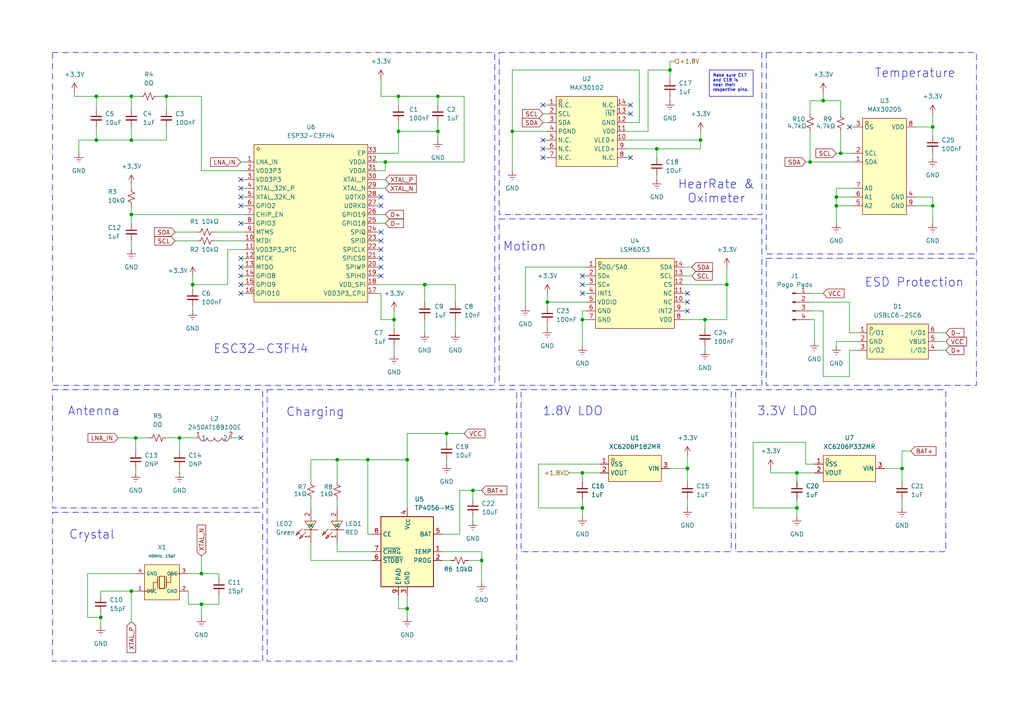
<source format=kicad_sch>
(kicad_sch (version 20250114) (generator "eeschema") (generator_version "9.0")
  (paper "A4")
  (rectangle (start 222.25 74.93) (end 283.21 111.76) (stroke (width 0) (type dash_dot)))
  (rectangle (start 15.24 113.03) (end 76.2 147.32) (stroke (width 0) (type dash_dot)))
  (rectangle (start 151.13 113.03) (end 212.09 160.02) (stroke (width 0) (type dash_dot)))
  (rectangle (start 144.78 15.24) (end 220.98 62.23) (stroke (width 0) (type dash_dot)))
  (rectangle (start 144.78 63.5) (end 220.98 111.76) (stroke (width 0) (type dash_dot)))
  (rectangle (start 77.47 113.03) (end 149.86 191.77) (stroke (width 0) (type dash_dot)))
  (rectangle (start 15.24 148.59) (end 76.2 191.77) (stroke (width 0) (type dash_dot)))
  (rectangle (start 222.25 15.24) (end 283.21 73.66) (stroke (width 0) (type dash_dot)))
  (rectangle (start 213.36 113.03) (end 274.32 160.02) (stroke (width 0) (type dash_dot)))
  (rectangle (start 15.24 15.24) (end 143.51 111.76) (stroke (width 0) (type dash_dot)))
  (text "1.8V LDO" (at 166.116 119.38 0) (effects (font (size 2.54 2.54))))
  (text "Temperature" (at 265.43 21.336 0) (effects (font (size 2.54 2.54))))
  (text "Antenna" (at 27.178 119.38 0) (effects (font (size 2.54 2.54))))
  (text "Crystal" (at 26.67 155.194 0) (effects (font (size 2.54 2.54))))
  (text "ESC32-C3FH4" (at 75.692 101.346 0) (effects (font (size 2.54 2.54))))
  (text "HearRate &\nOximeter\n" (at 207.772 55.626 0) (effects (font (size 2.54 2.54))))
  (text "ESD Protection" (at 265.176 82.042 0) (effects (font (size 2.54 2.54))))
  (text "3.3V LDO" (at 228.346 119.38 0) (effects (font (size 2.54 2.54))))
  (text "Motion" (at 152.146 71.628 0) (effects (font (size 2.54 2.54))))
  (text "Charging" (at 91.44 119.634 0) (effects (font (size 2.54 2.54))))
  (text_box "Make sure C17 and C18 is near their respective pins." (at 205.74 20.32 0) (size 12.7 7.62) (margins 0.9525 0.9525 0.9525 0.9525) (effects (font (size 0.8636 0.8636)) (justify left top)))
  (junction (at 210.82 82.55))
  (junction (at 39.37 127))
  (junction (at 204.47 92.71))
  (junction (at 115.57 27.94))
  (junction (at 27.94 27.94))
  (junction (at 114.3 92.71))
  (junction (at 168.91 92.71))
  (junction (at 38.1 62.23))
  (junction (at 38.1 27.94))
  (junction (at 238.76 29.21))
  (junction (at 242.57 59.69))
  (junction (at 115.57 38.1))
  (junction (at 118.11 133.35))
  (junction (at 38.1 171.45))
  (junction (at 261.62 135.89))
  (junction (at 52.07 127))
  (junction (at 203.2 40.64))
  (junction (at 97.79 133.35))
  (junction (at 231.14 147.32))
  (junction (at 106.68 133.35))
  (junction (at 58.42 166.37))
  (junction (at 111.76 46.99))
  (junction (at 127 38.1))
  (junction (at 123.19 82.55))
  (junction (at 199.39 135.89))
  (junction (at 58.42 175.26))
  (junction (at 139.7 162.56))
  (junction (at 270.51 36.83))
  (junction (at 194.31 20.32))
  (junction (at 38.1 40.64))
  (junction (at 242.57 57.15))
  (junction (at 270.51 59.69))
  (junction (at 118.11 176.53))
  (junction (at 158.75 87.63))
  (junction (at 55.88 82.55))
  (junction (at 190.5 43.18))
  (junction (at 127 27.94))
  (junction (at 243.84 44.45))
  (junction (at 231.14 137.16))
  (junction (at 137.16 142.24))
  (junction (at 234.95 46.99))
  (junction (at 129.54 125.73))
  (junction (at 29.21 179.07))
  (junction (at 27.94 40.64))
  (junction (at 48.26 27.94))
  (junction (at 168.91 147.32))
  (junction (at 168.91 137.16))
  (junction (at 148.59 38.1))
  (no_connect (at 69.85 77.47))
  (no_connect (at 110.49 80.01))
  (no_connect (at 69.85 59.69))
  (no_connect (at 168.91 80.01))
  (no_connect (at 199.39 87.63))
  (no_connect (at 157.48 43.18))
  (no_connect (at 110.49 57.15))
  (no_connect (at 110.49 67.31))
  (no_connect (at 199.39 90.17))
  (no_connect (at 168.91 82.55))
  (no_connect (at 182.88 30.48))
  (no_connect (at 110.49 59.69))
  (no_connect (at 69.85 85.09))
  (no_connect (at 110.49 77.47))
  (no_connect (at 110.49 74.93))
  (no_connect (at 69.85 64.77))
  (no_connect (at 157.48 30.48))
  (no_connect (at 69.85 54.61))
  (no_connect (at 110.49 72.39))
  (no_connect (at 157.48 45.72))
  (no_connect (at 168.91 85.09))
  (no_connect (at 199.39 85.09))
  (no_connect (at 182.88 33.02))
  (no_connect (at 69.85 57.15))
  (no_connect (at 69.85 82.55))
  (no_connect (at 182.88 45.72))
  (no_connect (at 157.48 40.64))
  (no_connect (at 110.49 69.85))
  (no_connect (at 69.85 127))
  (no_connect (at 69.85 52.07))
  (no_connect (at 69.85 74.93))
  (no_connect (at 69.85 80.01))
  (no_connect (at 246.38 36.83))
  (wire (pts (xy 190.5 45.72) (xy 190.5 43.18)))
  (wire (pts (xy 69.85 57.15) (xy 71.12 57.15)))
  (wire (pts (xy 181.61 45.72) (xy 182.88 45.72)))
  (wire (pts (xy 50.8 69.85) (xy 57.15 69.85)))
  (wire (pts (xy 22.86 40.64) (xy 27.94 40.64)))
  (wire (pts (xy 109.22 46.99) (xy 111.76 46.99)))
  (wire (pts (xy 128.27 160.02) (xy 139.7 160.02)))
  (wire (pts (xy 48.26 127) (xy 52.07 127)))
  (wire (pts (xy 110.49 27.94) (xy 115.57 27.94)))
  (wire (pts (xy 148.59 38.1) (xy 148.59 49.53)))
  (wire (pts (xy 194.31 27.94) (xy 194.31 29.21)))
  (wire (pts (xy 38.1 27.94) (xy 38.1 31.75)))
  (wire (pts (xy 21.59 27.94) (xy 21.59 26.67)))
  (wire (pts (xy 271.78 96.52) (xy 274.32 96.52)))
  (wire (pts (xy 198.12 90.17) (xy 199.39 90.17)))
  (wire (pts (xy 265.43 59.69) (xy 270.51 59.69)))
  (wire (pts (xy 129.54 125.73) (xy 134.62 125.73)))
  (wire (pts (xy 137.16 142.24) (xy 139.7 142.24)))
  (wire (pts (xy 118.11 172.72) (xy 118.11 176.53)))
  (wire (pts (xy 198.12 80.01) (xy 200.66 80.01)))
  (wire (pts (xy 58.42 27.94) (xy 48.26 27.94)))
  (wire (pts (xy 127 38.1) (xy 127 40.64)))
  (wire (pts (xy 181.61 43.18) (xy 190.5 43.18)))
  (wire (pts (xy 90.17 133.35) (xy 97.79 133.35)))
  (wire (pts (xy 139.7 160.02) (xy 139.7 162.56)))
  (wire (pts (xy 58.42 166.37) (xy 63.5 166.37)))
  (wire (pts (xy 58.42 49.53) (xy 58.42 27.94)))
  (wire (pts (xy 157.48 45.72) (xy 158.75 45.72)))
  (wire (pts (xy 203.2 43.18) (xy 203.2 40.64)))
  (wire (pts (xy 38.1 171.45) (xy 39.37 171.45)))
  (wire (pts (xy 181.61 38.1) (xy 187.96 38.1)))
  (wire (pts (xy 109.22 72.39) (xy 110.49 72.39)))
  (wire (pts (xy 168.91 92.71) (xy 170.18 92.71)))
  (wire (pts (xy 198.12 92.71) (xy 204.47 92.71)))
  (wire (pts (xy 168.91 137.16) (xy 173.99 137.16)))
  (wire (pts (xy 152.4 77.47) (xy 152.4 88.9)))
  (wire (pts (xy 134.62 46.99) (xy 134.62 27.94)))
  (wire (pts (xy 158.75 38.1) (xy 148.59 38.1)))
  (wire (pts (xy 246.38 101.6) (xy 246.38 109.22)))
  (wire (pts (xy 109.22 49.53) (xy 111.76 49.53)))
  (wire (pts (xy 234.95 85.09) (xy 238.76 85.09)))
  (wire (pts (xy 110.49 92.71) (xy 114.3 92.71)))
  (wire (pts (xy 223.52 135.89) (xy 223.52 137.16)))
  (wire (pts (xy 52.07 127) (xy 52.07 130.81)))
  (wire (pts (xy 69.85 82.55) (xy 71.12 82.55)))
  (wire (pts (xy 27.94 27.94) (xy 27.94 31.75)))
  (wire (pts (xy 63.5 166.37) (xy 63.5 167.64)))
  (wire (pts (xy 54.61 166.37) (xy 58.42 166.37)))
  (wire (pts (xy 69.85 74.93) (xy 71.12 74.93)))
  (wire (pts (xy 238.76 26.67) (xy 238.76 29.21)))
  (wire (pts (xy 168.91 85.09) (xy 170.18 85.09)))
  (wire (pts (xy 48.26 27.94) (xy 48.26 31.75)))
  (wire (pts (xy 234.95 33.02) (xy 234.95 29.21)))
  (wire (pts (xy 238.76 29.21) (xy 243.84 29.21)))
  (wire (pts (xy 25.4 179.07) (xy 29.21 179.07)))
  (wire (pts (xy 234.95 38.1) (xy 234.95 46.99)))
  (wire (pts (xy 158.75 93.98) (xy 158.75 95.25)))
  (wire (pts (xy 38.1 62.23) (xy 71.12 62.23)))
  (wire (pts (xy 54.61 171.45) (xy 54.61 175.26)))
  (wire (pts (xy 261.62 130.81) (xy 261.62 135.89)))
  (wire (pts (xy 194.31 135.89) (xy 199.39 135.89)))
  (wire (pts (xy 203.2 40.64) (xy 203.2 38.1)))
  (wire (pts (xy 137.16 149.86) (xy 137.16 151.13)))
  (wire (pts (xy 118.11 125.73) (xy 118.11 133.35)))
  (wire (pts (xy 242.57 57.15) (xy 242.57 59.69)))
  (wire (pts (xy 231.14 144.78) (xy 231.14 147.32)))
  (wire (pts (xy 107.95 154.94) (xy 106.68 154.94)))
  (wire (pts (xy 115.57 27.94) (xy 127 27.94)))
  (wire (pts (xy 127 27.94) (xy 134.62 27.94)))
  (wire (pts (xy 50.8 67.31) (xy 57.15 67.31)))
  (wire (pts (xy 264.16 130.81) (xy 261.62 130.81)))
  (wire (pts (xy 115.57 27.94) (xy 115.57 30.48)))
  (wire (pts (xy 69.85 59.69) (xy 71.12 59.69)))
  (wire (pts (xy 109.22 69.85) (xy 110.49 69.85)))
  (wire (pts (xy 157.48 33.02) (xy 158.75 33.02)))
  (wire (pts (xy 97.79 133.35) (xy 106.68 133.35)))
  (wire (pts (xy 238.76 90.17) (xy 238.76 109.22)))
  (wire (pts (xy 261.62 135.89) (xy 261.62 139.7)))
  (wire (pts (xy 218.44 128.27) (xy 218.44 147.32)))
  (wire (pts (xy 170.18 90.17) (xy 168.91 90.17)))
  (wire (pts (xy 109.22 64.77) (xy 111.76 64.77)))
  (wire (pts (xy 199.39 144.78) (xy 199.39 147.32)))
  (wire (pts (xy 109.22 52.07) (xy 111.76 52.07)))
  (wire (pts (xy 110.49 22.86) (xy 110.49 27.94)))
  (wire (pts (xy 69.85 85.09) (xy 71.12 85.09)))
  (wire (pts (xy 118.11 125.73) (xy 129.54 125.73)))
  (wire (pts (xy 265.43 36.83) (xy 270.51 36.83)))
  (wire (pts (xy 242.57 59.69) (xy 242.57 64.77)))
  (wire (pts (xy 198.12 77.47) (xy 200.66 77.47)))
  (wire (pts (xy 248.92 99.06) (xy 242.57 99.06)))
  (wire (pts (xy 29.21 171.45) (xy 38.1 171.45)))
  (wire (pts (xy 69.85 54.61) (xy 71.12 54.61)))
  (wire (pts (xy 236.22 92.71) (xy 236.22 99.06)))
  (wire (pts (xy 58.42 175.26) (xy 63.5 175.26)))
  (wire (pts (xy 52.07 127) (xy 57.15 127)))
  (wire (pts (xy 118.11 176.53) (xy 118.11 179.07)))
  (wire (pts (xy 157.48 43.18) (xy 158.75 43.18)))
  (wire (pts (xy 218.44 147.32) (xy 231.14 147.32)))
  (wire (pts (xy 185.42 20.32) (xy 148.59 20.32)))
  (wire (pts (xy 55.88 80.01) (xy 55.88 82.55)))
  (wire (pts (xy 223.52 137.16) (xy 231.14 137.16)))
  (wire (pts (xy 247.65 54.61) (xy 242.57 54.61)))
  (wire (pts (xy 38.1 40.64) (xy 48.26 40.64)))
  (wire (pts (xy 236.22 134.62) (xy 233.68 134.62)))
  (wire (pts (xy 52.07 135.89) (xy 52.07 137.16)))
  (wire (pts (xy 168.91 137.16) (xy 168.91 139.7)))
  (wire (pts (xy 29.21 177.8) (xy 29.21 179.07)))
  (wire (pts (xy 261.62 144.78) (xy 261.62 147.32)))
  (wire (pts (xy 27.94 40.64) (xy 38.1 40.64)))
  (wire (pts (xy 55.88 82.55) (xy 55.88 83.82)))
  (wire (pts (xy 190.5 50.8) (xy 190.5 52.07)))
  (wire (pts (xy 115.57 44.45) (xy 115.57 38.1)))
  (wire (pts (xy 38.1 59.69) (xy 38.1 62.23)))
  (wire (pts (xy 115.57 35.56) (xy 115.57 38.1)))
  (wire (pts (xy 38.1 27.94) (xy 27.94 27.94)))
  (wire (pts (xy 246.38 96.52) (xy 248.92 96.52)))
  (wire (pts (xy 90.17 162.56) (xy 107.95 162.56)))
  (wire (pts (xy 243.84 44.45) (xy 247.65 44.45)))
  (wire (pts (xy 231.14 137.16) (xy 231.14 139.7)))
  (wire (pts (xy 69.85 80.01) (xy 71.12 80.01)))
  (wire (pts (xy 111.76 46.99) (xy 134.62 46.99)))
  (wire (pts (xy 123.19 82.55) (xy 123.19 87.63)))
  (wire (pts (xy 69.85 64.77) (xy 71.12 64.77)))
  (wire (pts (xy 168.91 80.01) (xy 170.18 80.01)))
  (wire (pts (xy 185.42 35.56) (xy 185.42 20.32)))
  (wire (pts (xy 123.19 92.71) (xy 123.19 96.52)))
  (wire (pts (xy 247.65 59.69) (xy 242.57 59.69)))
  (wire (pts (xy 231.14 147.32) (xy 231.14 149.86)))
  (wire (pts (xy 66.04 72.39) (xy 66.04 82.55)))
  (wire (pts (xy 243.84 38.1) (xy 243.84 44.45)))
  (wire (pts (xy 63.5 172.72) (xy 63.5 175.26)))
  (wire (pts (xy 187.96 38.1) (xy 187.96 20.32)))
  (wire (pts (xy 55.88 88.9) (xy 55.88 90.17)))
  (wire (pts (xy 198.12 87.63) (xy 199.39 87.63)))
  (wire (pts (xy 54.61 175.26) (xy 58.42 175.26)))
  (wire (pts (xy 114.3 92.71) (xy 114.3 95.25)))
  (wire (pts (xy 58.42 175.26) (xy 58.42 179.07)))
  (wire (pts (xy 198.12 82.55) (xy 210.82 82.55)))
  (wire (pts (xy 39.37 127) (xy 39.37 130.81)))
  (wire (pts (xy 115.57 172.72) (xy 115.57 176.53)))
  (wire (pts (xy 234.95 90.17) (xy 238.76 90.17)))
  (wire (pts (xy 194.31 22.86) (xy 194.31 20.32)))
  (wire (pts (xy 265.43 57.15) (xy 270.51 57.15)))
  (wire (pts (xy 97.79 160.02) (xy 107.95 160.02)))
  (wire (pts (xy 234.95 46.99) (xy 247.65 46.99)))
  (wire (pts (xy 271.78 99.06) (xy 274.32 99.06)))
  (wire (pts (xy 199.39 132.08) (xy 199.39 135.89)))
  (wire (pts (xy 194.31 17.78) (xy 195.58 17.78)))
  (wire (pts (xy 270.51 36.83) (xy 270.51 33.02)))
  (wire (pts (xy 109.22 80.01) (xy 110.49 80.01)))
  (wire (pts (xy 199.39 135.89) (xy 199.39 139.7)))
  (wire (pts (xy 27.94 27.94) (xy 21.59 27.94)))
  (wire (pts (xy 62.23 69.85) (xy 71.12 69.85)))
  (wire (pts (xy 156.21 134.62) (xy 156.21 147.32)))
  (wire (pts (xy 233.68 128.27) (xy 218.44 128.27)))
  (wire (pts (xy 109.22 57.15) (xy 110.49 57.15)))
  (wire (pts (xy 246.38 109.22) (xy 238.76 109.22)))
  (wire (pts (xy 39.37 135.89) (xy 39.37 137.16)))
  (wire (pts (xy 111.76 49.53) (xy 111.76 46.99)))
  (wire (pts (xy 187.96 20.32) (xy 194.31 20.32)))
  (wire (pts (xy 110.49 85.09) (xy 110.49 92.71)))
  (wire (pts (xy 38.1 69.85) (xy 38.1 72.39)))
  (wire (pts (xy 181.61 33.02) (xy 182.88 33.02)))
  (wire (pts (xy 97.79 139.7) (xy 97.79 133.35)))
  (wire (pts (xy 90.17 139.7) (xy 90.17 133.35)))
  (wire (pts (xy 97.79 157.48) (xy 97.79 160.02)))
  (wire (pts (xy 198.12 85.09) (xy 199.39 85.09)))
  (wire (pts (xy 204.47 92.71) (xy 204.47 95.25)))
  (wire (pts (xy 204.47 100.33) (xy 204.47 101.6)))
  (wire (pts (xy 69.85 46.99) (xy 71.12 46.99)))
  (wire (pts (xy 66.04 82.55) (xy 55.88 82.55)))
  (wire (pts (xy 109.22 85.09) (xy 110.49 85.09)))
  (wire (pts (xy 109.22 54.61) (xy 111.76 54.61)))
  (wire (pts (xy 132.08 82.55) (xy 123.19 82.55)))
  (wire (pts (xy 181.61 40.64) (xy 203.2 40.64)))
  (wire (pts (xy 38.1 53.34) (xy 38.1 54.61)))
  (wire (pts (xy 246.38 87.63) (xy 246.38 96.52)))
  (wire (pts (xy 34.29 127) (xy 39.37 127)))
  (wire (pts (xy 29.21 179.07) (xy 29.21 181.61)))
  (wire (pts (xy 66.04 72.39) (xy 71.12 72.39)))
  (wire (pts (xy 38.1 27.94) (xy 40.64 27.94)))
  (wire (pts (xy 156.21 147.32) (xy 168.91 147.32)))
  (wire (pts (xy 115.57 38.1) (xy 127 38.1)))
  (wire (pts (xy 22.86 40.64) (xy 22.86 44.45)))
  (wire (pts (xy 114.3 100.33) (xy 114.3 102.87)))
  (wire (pts (xy 210.82 82.55) (xy 210.82 77.47)))
  (wire (pts (xy 69.85 52.07) (xy 71.12 52.07)))
  (wire (pts (xy 270.51 57.15) (xy 270.51 59.69)))
  (wire (pts (xy 168.91 82.55) (xy 170.18 82.55)))
  (wire (pts (xy 173.99 134.62) (xy 156.21 134.62)))
  (wire (pts (xy 158.75 85.09) (xy 158.75 87.63)))
  (wire (pts (xy 127 27.94) (xy 127 30.48)))
  (wire (pts (xy 127 35.56) (xy 127 38.1)))
  (wire (pts (xy 128.27 162.56) (xy 130.81 162.56)))
  (wire (pts (xy 38.1 171.45) (xy 38.1 180.34)))
  (wire (pts (xy 242.57 44.45) (xy 243.84 44.45)))
  (wire (pts (xy 204.47 92.71) (xy 210.82 92.71)))
  (wire (pts (xy 129.54 125.73) (xy 129.54 128.27)))
  (wire (pts (xy 157.48 35.56) (xy 158.75 35.56)))
  (wire (pts (xy 231.14 137.16) (xy 236.22 137.16)))
  (wire (pts (xy 29.21 171.45) (xy 29.21 172.72)))
  (wire (pts (xy 139.7 162.56) (xy 139.7 168.91)))
  (wire (pts (xy 38.1 62.23) (xy 38.1 64.77)))
  (wire (pts (xy 270.51 36.83) (xy 270.51 39.37)))
  (wire (pts (xy 233.68 134.62) (xy 233.68 128.27)))
  (wire (pts (xy 157.48 40.64) (xy 158.75 40.64)))
  (wire (pts (xy 45.72 27.94) (xy 48.26 27.94)))
  (wire (pts (xy 109.22 74.93) (xy 110.49 74.93)))
  (wire (pts (xy 243.84 33.02) (xy 243.84 29.21)))
  (wire (pts (xy 158.75 87.63) (xy 158.75 88.9)))
  (wire (pts (xy 181.61 35.56) (xy 185.42 35.56)))
  (wire (pts (xy 270.51 44.45) (xy 270.51 45.72)))
  (wire (pts (xy 168.91 144.78) (xy 168.91 147.32)))
  (wire (pts (xy 270.51 59.69) (xy 270.51 64.77)))
  (wire (pts (xy 234.95 87.63) (xy 246.38 87.63)))
  (wire (pts (xy 62.23 67.31) (xy 71.12 67.31)))
  (wire (pts (xy 132.08 87.63) (xy 132.08 82.55)))
  (wire (pts (xy 106.68 133.35) (xy 118.11 133.35)))
  (wire (pts (xy 271.78 101.6) (xy 274.32 101.6)))
  (wire (pts (xy 133.35 154.94) (xy 128.27 154.94)))
  (wire (pts (xy 234.95 29.21) (xy 238.76 29.21)))
  (wire (pts (xy 210.82 92.71) (xy 210.82 82.55)))
  (wire (pts (xy 118.11 133.35) (xy 118.11 147.32)))
  (wire (pts (xy 157.48 30.48) (xy 158.75 30.48)))
  (wire (pts (xy 25.4 166.37) (xy 25.4 179.07)))
  (wire (pts (xy 48.26 36.83) (xy 48.26 40.64)))
  (wire (pts (xy 90.17 157.48) (xy 90.17 162.56)))
  (wire (pts (xy 38.1 36.83) (xy 38.1 40.64)))
  (wire (pts (xy 168.91 92.71) (xy 168.91 100.33)))
  (wire (pts (xy 129.54 133.35) (xy 129.54 134.62)))
  (wire (pts (xy 247.65 57.15) (xy 242.57 57.15)))
  (wire (pts (xy 170.18 77.47) (xy 152.4 77.47)))
  (wire (pts (xy 109.22 62.23) (xy 111.76 62.23)))
  (wire (pts (xy 69.85 77.47) (xy 71.12 77.47)))
  (wire (pts (xy 67.31 127) (xy 69.85 127)))
  (wire (pts (xy 90.17 144.78) (xy 90.17 147.32)))
  (wire (pts (xy 109.22 77.47) (xy 110.49 77.47)))
  (wire (pts (xy 242.57 54.61) (xy 242.57 57.15)))
  (wire (pts (xy 109.22 67.31) (xy 110.49 67.31)))
  (wire (pts (xy 256.54 135.89) (xy 261.62 135.89)))
  (wire (pts (xy 132.08 92.71) (xy 132.08 96.52)))
  (wire (pts (xy 58.42 166.37) (xy 58.42 161.29)))
  (wire (pts (xy 168.91 147.32) (xy 168.91 149.86)))
  (wire (pts (xy 109.22 59.69) (xy 110.49 59.69)))
  (wire (pts (xy 236.22 92.71) (xy 234.95 92.71)))
  (wire (pts (xy 168.91 90.17) (xy 168.91 92.71)))
  (wire (pts (xy 248.92 101.6) (xy 246.38 101.6)))
  (wire (pts (xy 114.3 90.17) (xy 114.3 92.71)))
  (wire (pts (xy 106.68 154.94) (xy 106.68 133.35)))
  (wire (pts (xy 109.22 82.55) (xy 123.19 82.55)))
  (wire (pts (xy 133.35 142.24) (xy 137.16 142.24)))
  (wire (pts (xy 246.38 36.83) (xy 247.65 36.83)))
  (wire (pts (xy 137.16 142.24) (xy 137.16 144.78)))
  (wire (pts (xy 190.5 43.18) (xy 203.2 43.18)))
  (wire (pts (xy 233.68 46.99) (xy 234.95 46.99)))
  (wire (pts (xy 148.59 20.32) (xy 148.59 38.1)))
  (wire (pts (xy 97.79 144.78) (xy 97.79 147.32)))
  (wire (pts (xy 27.94 40.64) (xy 27.94 36.83)))
  (wire (pts (xy 194.31 20.32) (xy 194.31 17.78)))
  (wire (pts (xy 165.1 137.16) (xy 168.91 137.16)))
  (wire (pts (xy 115.57 176.53) (xy 118.11 176.53)))
  (wire (pts (xy 242.57 99.06) (xy 242.57 100.33)))
  (wire (pts (xy 39.37 166.37) (xy 25.4 166.37)))
  (wire (pts (xy 39.37 127) (xy 43.18 127)))
  (wire (pts (xy 135.89 162.56) (xy 139.7 162.56)))
  (wire (pts (xy 133.35 142.24) (xy 133.35 154.94)))
  (wire (pts (xy 109.22 44.45) (xy 115.57 44.45)))
  (wire (pts (xy 58.42 49.53) (xy 71.12 49.53)))
  (wire (pts (xy 181.61 30.48) (xy 182.88 30.48)))
  (wire (pts (xy 158.75 87.63) (xy 170.18 87.63)))
  (global_label "XTAL_N" (shape input) (at 111.76 54.61 0) (property "Intersheetrefs" "${INTERSHEET_REFS}" (effects (hide yes))))
  (global_label "D-" (shape input) (at 111.76 64.77 0) (property "Intersheetrefs" "${INTERSHEET_REFS}" (effects (hide yes))))
  (global_label "D+" (shape input) (at 274.32 101.6 0) (property "Intersheetrefs" "${INTERSHEET_REFS}" (effects (hide yes))))
  (global_label "VCC" (shape input) (at 134.62 125.73 0) (property "Intersheetrefs" "${INTERSHEET_REFS}" (effects (hide yes))))
  (global_label "LNA_IN" (shape input) (at 34.29 127 180) (property "Intersheetrefs" "${INTERSHEET_REFS}" (effects (hide yes))))
  (global_label "XTAL_N" (shape input) (at 58.42 161.29 90) (property "Intersheetrefs" "${INTERSHEET_REFS}" (effects (hide yes))))
  (global_label "SCL" (shape input) (at 157.48 33.02 180) (property "Intersheetrefs" "${INTERSHEET_REFS}" (effects (hide yes))))
  (global_label "VCC" (shape input) (at 238.76 85.09 0) (property "Intersheetrefs" "${INTERSHEET_REFS}" (effects (hide yes))))
  (global_label "SDA" (shape input) (at 233.68 46.99 180) (property "Intersheetrefs" "${INTERSHEET_REFS}" (effects (hide yes))))
  (global_label "D+" (shape input) (at 111.76 62.23 0) (property "Intersheetrefs" "${INTERSHEET_REFS}" (effects (hide yes))))
  (global_label "LNA_IN" (shape input) (at 69.85 46.99 180) (property "Intersheetrefs" "${INTERSHEET_REFS}" (effects (hide yes))))
  (global_label "D-" (shape input) (at 274.32 96.52 0) (property "Intersheetrefs" "${INTERSHEET_REFS}" (effects (hide yes))))
  (global_label "SDA" (shape input) (at 50.8 67.31 180) (property "Intersheetrefs" "${INTERSHEET_REFS}" (effects (hide yes))))
  (global_label "BAT+" (shape input) (at 264.16 130.81 0) (property "Intersheetrefs" "${INTERSHEET_REFS}" (effects (hide yes))))
  (global_label "VCC" (shape input) (at 274.32 99.06 0) (property "Intersheetrefs" "${INTERSHEET_REFS}" (effects (hide yes))))
  (global_label "XTAL_P" (shape input) (at 111.76 52.07 0) (property "Intersheetrefs" "${INTERSHEET_REFS}" (effects (hide yes))))
  (global_label "SCL" (shape input) (at 50.8 69.85 180) (property "Intersheetrefs" "${INTERSHEET_REFS}" (effects (hide yes))))
  (global_label "SDA" (shape input) (at 200.66 77.47 0) (property "Intersheetrefs" "${INTERSHEET_REFS}" (effects (hide yes))))
  (global_label "SDA" (shape input) (at 157.48 35.56 180) (property "Intersheetrefs" "${INTERSHEET_REFS}" (effects (hide yes))))
  (global_label "XTAL_P" (shape input) (at 38.1 180.34 270) (property "Intersheetrefs" "${INTERSHEET_REFS}" (effects (hide yes))))
  (global_label "SCL" (shape input) (at 242.57 44.45 180) (property "Intersheetrefs" "${INTERSHEET_REFS}" (effects (hide yes))))
  (global_label "SCL" (shape input) (at 200.66 80.01 0) (property "Intersheetrefs" "${INTERSHEET_REFS}" (effects (hide yes))))
  (global_label "BAT+" (shape input) (at 139.7 142.24 0) (property "Intersheetrefs" "${INTERSHEET_REFS}" (effects (hide yes))))
  (hierarchical_label "+1.8V" (shape input) (at 165.1 137.16 180))
  (hierarchical_label "+1.8V" (shape input) (at 195.58 17.78 0))
  (symbol (lib_id "Device:C_Small") (at 270.51 41.91 0) (unit 1)
    (property "Reference" "C25" (at 273.05 40.6462 0) (effects (justify left)))
    (property "Value" "100nF" (at 273.05 43.1862 0) (effects (justify left)))
    (property "Footprint" "Capacitor_SMD:C_0201_0603Metric" (effects (hide yes)))
    (property "Description" "Unpolarized capacitor, small symbol" (effects (hide yes)))
  )
  (symbol (lib_id "power:GNDREF") (at 242.57 100.33 0) (unit 1)
    (property "Reference" "#PWR043" (effects (hide yes)))
    (property "Value" "GND" (at 242.57 105.41 0))
    (property "Description" "Power symbol creates a global label with name \"GNDREF\" , reference supply ground" (effects (hide yes)))
  )
  (symbol (lib_id "power:GNDREF") (at 152.4 88.9 0) (unit 1)
    (property "Reference" "#PWR033" (effects (hide yes)))
    (property "Value" "GND" (at 152.4 93.98 0))
    (property "Description" "Power symbol creates a global label with name \"GNDREF\" , reference supply ground" (effects (hide yes)))
  )
  (symbol (lib_id "power:GNDREF") (at 38.1 72.39 0) (unit 1)
    (property "Reference" "#PWR09" (effects (hide yes)))
    (property "Value" "GND" (at 38.1 77.47 0))
    (property "Description" "Power symbol creates a global label with name \"GNDREF\" , reference supply ground" (effects (hide yes)))
  )
  (symbol (lib_id "power:GNDREF") (at 123.19 96.52 0) (unit 1)
    (property "Reference" "#PWR015" (effects (hide yes)))
    (property "Value" "GND" (at 123.19 101.6 0))
    (property "Description" "Power symbol creates a global label with name \"GNDREF\" , reference supply ground" (effects (hide yes)))
  )
  (symbol (lib_id "power:GNDREF") (at 148.59 49.53 0) (unit 1)
    (property "Reference" "#PWR022" (effects (hide yes)))
    (property "Value" "GND" (at 148.59 54.61 0))
    (property "Description" "Power symbol creates a global label with name \"GNDREF\" , reference supply ground" (effects (hide yes)))
  )
  (symbol (lib_id "easyeda2kicad:USBLC6-2SC6_C2687116") (at 260.35 99.06 0) (unit 1)
    (property "Reference" "D1" (at 260.35 88.9 0))
    (property "Value" "USBLC6-2SC6" (at 260.35 91.44 0))
    (property "Footprint" "easyeda2kicad:SOT-23-6_L2.9-W1.6-P0.95-LS2.8-BL" (effects (hide yes)))
    (property "LCSC Part" "C2687116" (effects (hide yes)))
  )
  (symbol (lib_id "power:GNDREF") (at 22.86 44.45 0) (unit 1)
    (property "Reference" "#PWR05" (effects (hide yes)))
    (property "Value" "GND" (at 22.86 49.53 0))
    (property "Description" "Power symbol creates a global label with name \"GNDREF\" , reference supply ground" (effects (hide yes)))
  )
  (symbol (lib_id "Device:C_Small") (at 231.14 142.24 0) (unit 1)
    (property "Reference" "C20" (at 233.68 140.9762 0) (effects (justify left)))
    (property "Value" "1uF" (at 233.68 143.5162 0) (effects (justify left)))
    (property "Footprint" "Capacitor_SMD:C_0402_1005Metric" (effects (hide yes)))
    (property "Description" "Unpolarized capacitor, small symbol" (effects (hide yes)))
  )
  (symbol (lib_id "easyeda2kicad:LSM6DS3TR-C") (at 184.15 85.09 0) (unit 1)
    (property "Reference" "U4" (at 184.15 69.85 0))
    (property "Value" "LSM6DS3" (at 184.15 72.39 0))
    (property "Footprint" "easyeda2kicad:LGA-14_L3.0-W2.5-P0.50-TL" (effects (hide yes)))
    (property "LCSC Part" "C967633" (effects (hide yes)))
  )
  (symbol (lib_id "power:GNDREF") (at 137.16 151.13 0) (unit 1)
    (property "Reference" "#PWR029" (effects (hide yes)))
    (property "Value" "GND" (at 137.16 156.21 0))
    (property "Description" "Power symbol creates a global label with name \"GNDREF\" , reference supply ground" (effects (hide yes)))
  )
  (symbol (lib_id "Device:R_Small_US") (at 97.79 142.24 0) (unit 1)
    (property "Reference" "R8" (at 95.25 141.224 0))
    (property "Value" "1kΩ" (at 94.742 143.256 0))
    (property "Footprint" "Resistor_SMD:R_0201_0603Metric" (effects (hide yes)))
    (property "Description" "Resistor, small US symbol" (effects (hide yes)))
  )
  (symbol (lib_id "power:+3.3V") (at 223.52 135.89 0) (unit 1)
    (property "Reference" "#PWR031" (effects (hide yes)))
    (property "Value" "+3.3V" (at 223.52 130.81 0))
    (property "Description" "Power symbol creates a global label with name \"+3.3V\"" (effects (hide yes)))
  )
  (symbol (lib_id "easyeda2kicad:XC6206P182MR_C347373") (at 184.15 135.89 0) (unit 1)
    (property "Reference" "U1" (at 184.15 127 0))
    (property "Value" "XC6206P182MR" (at 184.15 129.54 0))
    (property "Footprint" "easyeda2kicad:SOT-23-3_L3.0-W1.7-P0.95-LS2.9-BR" (effects (hide yes)))
    (property "Datasheet" "https://lcsc.com/product-detail/Others_Youtai-Semiconductor-Co-Ltd-XC6206P182MR_C347373.html" (effects (hide yes)))
    (property "LCSC Part" "C347373" (effects (hide yes)))
  )
  (symbol (lib_id "power:+3.3V") (at 38.1 53.34 0) (unit 1)
    (property "Reference" "#PWR017" (effects (hide yes)))
    (property "Value" "+3.3V" (at 38.1 48.26 0))
    (property "Description" "Power symbol creates a global label with name \"+3.3V\"" (effects (hide yes)))
  )
  (symbol (lib_id "power:GNDREF") (at 29.21 181.61 0) (unit 1)
    (property "Reference" "#PWR010" (effects (hide yes)))
    (property "Value" "GND" (at 29.21 186.69 0))
    (property "Description" "Power symbol creates a global label with name \"GNDREF\" , reference supply ground" (effects (hide yes)))
  )
  (symbol (lib_id "Device:C_Small") (at 27.94 34.29 0) (unit 1)
    (property "Reference" "C5" (at 30.48 33.0262 0) (effects (justify left)))
    (property "Value" "10uF" (at 30.48 35.5662 0) (effects (justify left)))
    (property "Footprint" "Capacitor_SMD:C_01005_0402Metric" (effects (hide yes)))
    (property "Description" "Unpolarized capacitor, small symbol" (effects (hide yes)))
  )
  (symbol (lib_id "power:+3.3V") (at 110.49 22.86 0) (unit 1)
    (property "Reference" "#PWR01" (effects (hide yes)))
    (property "Value" "+3.3V" (at 110.49 17.78 0))
    (property "Description" "Power symbol creates a global label with name \"+3.3V\"" (effects (hide yes)))
  )
  (symbol (lib_id "Device:C_Small") (at 29.21 175.26 180) (unit 1)
    (property "Reference" "C10" (at 31.75 173.9835 0) (effects (justify right)))
    (property "Value" "15pF" (at 31.75 176.5235 0) (effects (justify right)))
    (property "Footprint" "Capacitor_SMD:C_0201_0603Metric" (effects (hide yes)))
    (property "Description" "Unpolarized capacitor, small symbol" (effects (hide yes)))
  )
  (symbol (lib_id "Device:R_Small_US") (at 43.18 27.94 270) (unit 1)
    (property "Reference" "R4" (at 43.18 21.59 90))
    (property "Value" "0Ω" (at 43.18 24.13 90))
    (property "Footprint" "Resistor_SMD:R_0201_0603Metric" (effects (hide yes)))
    (property "Description" "Resistor, small US symbol" (effects (hide yes)))
  )
  (symbol (lib_id "power:GNDREF") (at 58.42 179.07 0) (unit 1)
    (property "Reference" "#PWR012" (effects (hide yes)))
    (property "Value" "GND" (at 58.42 184.15 0))
    (property "Description" "Power symbol creates a global label with name \"GNDREF\" , reference supply ground" (effects (hide yes)))
  )
  (symbol (lib_id "power:+3.3V") (at 238.76 26.67 0) (unit 1)
    (property "Reference" "#PWR042" (effects (hide yes)))
    (property "Value" "+3.3V" (at 238.76 21.59 0))
    (property "Description" "Power symbol creates a global label with name \"+3.3V\"" (effects (hide yes)))
  )
  (symbol (lib_id "power:+3.3V") (at 270.51 33.02 0) (unit 1)
    (property "Reference" "#PWR039" (effects (hide yes)))
    (property "Value" "+3.3V" (at 270.51 27.94 0))
    (property "Description" "Power symbol creates a global label with name \"+3.3V\"" (effects (hide yes)))
  )
  (symbol (lib_id "power:+3.3V") (at 210.82 77.47 0) (unit 1)
    (property "Reference" "#PWR032" (effects (hide yes)))
    (property "Value" "+3.3V" (at 210.82 72.39 0))
    (property "Description" "Power symbol creates a global label with name \"+3.3V\"" (effects (hide yes)))
  )
  (symbol (lib_id "power:+3.3V") (at 114.3 90.17 0) (unit 1)
    (property "Reference" "#PWR06" (effects (hide yes)))
    (property "Value" "+3.3V" (at 114.3 85.09 0))
    (property "Description" "Power symbol creates a global label with name \"+3.3V\"" (effects (hide yes)))
  )
  (symbol (lib_id "power:GNDREF") (at 270.51 45.72 0) (unit 1)
    (property "Reference" "#PWR040" (effects (hide yes)))
    (property "Value" "GND" (at 270.51 50.8 0))
    (property "Description" "Power symbol creates a global label with name \"GNDREF\" , reference supply ground" (effects (hide yes)))
  )
  (symbol (lib_id "easyeda2kicad:2450AT18B100E") (at 62.23 127 0) (unit 1)
    (property "Reference" "L2" (at 62.23 121.412 0))
    (property "Value" "2450AT18B100E" (at 62.23 123.952 0))
    (property "Footprint" "easyeda2kicad:ANT-SMD_L3.2-W1.6" (effects (hide yes)))
    (property "LCSC Part" "C2917717" (effects (hide yes)))
  )
  (symbol (lib_id "Device:C_Small") (at 261.62 142.24 0) (unit 1)
    (property "Reference" "C21" (at 264.16 140.9762 0) (effects (justify left)))
    (property "Value" "1uF" (at 264.16 143.5162 0) (effects (justify left)))
    (property "Footprint" "Capacitor_SMD:C_0402_1005Metric" (effects (hide yes)))
    (property "Description" "Unpolarized capacitor, small symbol" (effects (hide yes)))
  )
  (symbol (lib_id "Device:R_Small_US") (at 38.1 57.15 180) (unit 1)
    (property "Reference" "R3" (at 31.242 55.626 0) (effects (justify right)))
    (property "Value" "10kΩ" (at 31.242 58.166 0) (effects (justify right)))
    (property "Footprint" "Resistor_SMD:R_0201_0603Metric" (effects (hide yes)))
    (property "Description" "Resistor, small US symbol" (effects (hide yes)))
  )
  (symbol (lib_id "power:GNDREF") (at 168.91 149.86 0) (unit 1)
    (property "Reference" "#PWR019" (effects (hide yes)))
    (property "Value" "GND" (at 168.91 154.94 0))
    (property "Description" "Power symbol creates a global label with name \"GNDREF\" , reference supply ground" (effects (hide yes)))
  )
  (symbol (lib_id "power:+3.3V") (at 55.88 80.01 0) (unit 1)
    (property "Reference" "#PWR011" (effects (hide yes)))
    (property "Value" "+3.3V" (at 51.562 78.486 0))
    (property "Description" "Power symbol creates a global label with name \"+3.3V\"" (effects (hide yes)))
  )
  (symbol (lib_id "power:+3.3V") (at 203.2 38.1 0) (unit 1)
    (property "Reference" "#PWR021" (effects (hide yes)))
    (property "Value" "+3.3V" (at 203.2 33.02 0))
    (property "Description" "Power symbol creates a global label with name \"+3.3V\"" (effects (hide yes)))
  )
  (symbol (lib_id "power:GNDREF") (at 194.31 29.21 0) (unit 1)
    (property "Reference" "#PWR023" (effects (hide yes)))
    (property "Value" "GND" (at 194.31 34.29 0))
    (property "Description" "Power symbol creates a global label with name \"GNDREF\" , reference supply ground" (effects (hide yes)))
  )
  (symbol (lib_id "Device:C_Small") (at 63.5 170.18 0) (unit 1)
    (property "Reference" "C11" (at 66.04 168.9162 0) (effects (justify left)))
    (property "Value" "15pF" (at 66.04 171.4562 0) (effects (justify left)))
    (property "Footprint" "Capacitor_SMD:C_0201_0603Metric" (effects (hide yes)))
    (property "Description" "Unpolarized capacitor, small symbol" (effects (hide yes)))
  )
  (symbol (lib_id "Connector:Conn_01x04_Pin") (at 229.87 87.63 0) (unit 1)
    (property "Reference" "J1" (at 230.505 80.01 0))
    (property "Value" "Pogo Pads" (at 230.505 82.55 0))
    (property "Footprint" "pogo_pad:PogoPad" (effects (hide yes)))
    (property "Description" "Generic connector, single row, 01x04, script generated" (effects (hide yes)))
  )
  (symbol (lib_id "easyeda2kicad:MAX30102EFD+T_C6454833") (at 170.18 38.1 0) (unit 1)
    (property "Reference" "U2" (at 170.18 22.86 0))
    (property "Value" "MAX30102" (at 170.18 25.4 0))
    (property "Footprint" "easyeda2kicad:OESIP-14_L5.6-W3.3-P0.80-TL" (effects (hide yes)))
    (property "LCSC Part" "C6454833" (effects (hide yes)))
  )
  (symbol (lib_id "Device:C_Small") (at 190.5 48.26 180) (unit 1)
    (property "Reference" "C18" (at 193.04 46.9835 0) (effects (justify right)))
    (property "Value" "10uF" (at 193.04 49.5235 0) (effects (justify right)))
    (property "Footprint" "Capacitor_SMD:C_0402_1005Metric" (effects (hide yes)))
    (property "Description" "Unpolarized capacitor, small symbol" (effects (hide yes)))
  )
  (symbol (lib_id "Device:C_Small") (at 52.07 133.35 180) (unit 1)
    (property "Reference" "C14" (at 54.61 132.0735 0) (effects (justify right)))
    (property "Value" "DNP" (at 54.61 134.6135 0) (effects (justify right)))
    (property "Footprint" "Capacitor_SMD:C_0201_0603Metric" (effects (hide yes)))
    (property "Description" "Unpolarized capacitor, small symbol" (effects (hide yes)))
  )
  (symbol (lib_id "power:GNDREF") (at 118.11 179.07 0) (unit 1)
    (property "Reference" "#PWR026" (effects (hide yes)))
    (property "Value" "GND" (at 118.11 184.15 0))
    (property "Description" "Power symbol creates a global label with name \"GNDREF\" , reference supply ground" (effects (hide yes)))
  )
  (symbol (lib_id "power:GNDREF") (at 242.57 64.77 0) (unit 1)
    (property "Reference" "#PWR038" (effects (hide yes)))
    (property "Value" "GND" (at 242.57 69.85 0))
    (property "Description" "Power symbol creates a global label with name \"GNDREF\" , reference supply ground" (effects (hide yes)))
  )
  (symbol (lib_id "Device:C_Small") (at 168.91 142.24 0) (unit 1)
    (property "Reference" "C16" (at 171.45 140.9762 0) (effects (justify left)))
    (property "Value" "1uF" (at 171.45 143.5162 0) (effects (justify left)))
    (property "Footprint" "Capacitor_SMD:C_0402_1005Metric" (effects (hide yes)))
    (property "Description" "Unpolarized capacitor, small symbol" (effects (hide yes)))
  )
  (symbol (lib_id "power:GNDREF") (at 270.51 64.77 0) (unit 1)
    (property "Reference" "#PWR041" (effects (hide yes)))
    (property "Value" "GND" (at 270.51 69.85 0))
    (property "Description" "Power symbol creates a global label with name \"GNDREF\" , reference supply ground" (effects (hide yes)))
  )
  (symbol (lib_id "power:+3.3V") (at 21.59 26.67 0) (unit 1)
    (property "Reference" "#PWR04" (effects (hide yes)))
    (property "Value" "+3.3V" (at 21.59 21.59 0))
    (property "Description" "Power symbol creates a global label with name \"+3.3V\"" (effects (hide yes)))
  )
  (symbol (lib_id "power:GNDREF") (at 39.37 137.16 0) (unit 1)
    (property "Reference" "#PWR013" (effects (hide yes)))
    (property "Value" "GND" (at 39.37 142.24 0))
    (property "Description" "Power symbol creates a global label with name \"GNDREF\" , reference supply ground" (effects (hide yes)))
  )
  (symbol (lib_id "power:GNDREF") (at 127 40.64 0) (unit 1)
    (property "Reference" "#PWR02" (effects (hide yes)))
    (property "Value" "GND" (at 127 45.72 0))
    (property "Description" "Power symbol creates a global label with name \"GNDREF\" , reference supply ground" (effects (hide yes)))
  )
  (symbol (lib_id "Device:C_Small") (at 123.19 90.17 0) (unit 1)
    (property "Reference" "C9" (at 125.984 88.9 0) (effects (justify left)))
    (property "Value" "1uF" (at 125.984 91.44 0) (effects (justify left)))
    (property "Footprint" "Capacitor_SMD:C_0402_1005Metric" (effects (hide yes)))
    (property "Description" "Unpolarized capacitor, small symbol" (effects (hide yes)))
  )
  (symbol (lib_id "easyeda2kicad:XL-0603QYGC") (at 90.17 152.4 90) (unit 1)
    (property "Reference" "LED2" (at 80.01 151.892 90) (effects (justify right)))
    (property "Value" "Green" (at 80.01 154.432 90) (effects (justify right)))
    (property "Footprint" "easyeda2kicad:LED0603-RD" (effects (hide yes)))
    (property "Datasheet" "https://lcsc.com/product-detail/Light-Emitting-Diodes-LED_Yellow-green-0603_C2289.html" (effects (hide yes)))
    (property "LCSC Part" "C2289" (effects (hide yes)))
  )
  (symbol (lib_id "Device:R_Small_US") (at 133.35 162.56 90) (unit 1)
    (property "Reference" "R6" (at 130.048 165.1 90))
    (property "Value" "10kΩ" (at 134.62 165.1 90))
    (property "Footprint" "Resistor_SMD:R_0201_0603Metric" (effects (hide yes)))
    (property "Description" "Resistor, small US symbol" (effects (hide yes)))
  )
  (symbol (lib_id "power:GNDREF") (at 129.54 134.62 0) (unit 1)
    (property "Reference" "#PWR027" (effects (hide yes)))
    (property "Value" "GND" (at 129.54 139.7 0))
    (property "Description" "Power symbol creates a global label with name \"GNDREF\" , reference supply ground" (effects (hide yes)))
  )
  (symbol (lib_id "power:GNDREF") (at 204.47 101.6 0) (unit 1)
    (property "Reference" "#PWR036" (effects (hide yes)))
    (property "Value" "GND" (at 204.47 106.68 0))
    (property "Description" "Power symbol creates a global label with name \"GNDREF\" , reference supply ground" (effects (hide yes)))
  )
  (symbol (lib_id "PCM_JLCPCB-Extended:Crystal, 40MHz, 15pF") (at 46.99 168.91 0) (unit 1)
    (property "Reference" "X1" (at 46.99 158.75 0))
    (property "Value" "40MHz, 15pF" (at 46.99 161.29 0) (effects (font (size 0.8 0.8))))
    (property "Footprint" "PCM_JLCPCB:OSC-SMD_4P-L3.2-W2.5-BL_SIT8008BI" (effects (hide yes)))
    (property "Datasheet" "https://www.lcsc.com/datasheet/lcsc_datasheet_2403291504_YXC-Crystal-Oscillators-X322540MPB4SI_C9010.pdf" (effects (hide yes)))
    (property "Description" "40MHz Surface Mount Crystal 15pF ±10ppm ±20ppm SMD3225-4P Crystals ROHS" (effects (hide yes)))
    (property "LCSC" "C9010" (effects (hide yes)))
    (property "PartID" "X322540MPB4SI" (effects (hide yes)))
  )
  (symbol (lib_id "Device:R_Small_US") (at 59.69 67.31 270) (unit 1)
    (property "Reference" "R1" (at 56.388 64.262 90))
    (property "Value" "10kΩ" (at 60.96 64.262 90))
    (property "Footprint" "Resistor_SMD:R_0201_0603Metric" (effects (hide yes)))
    (property "Description" "Resistor, small US symbol" (effects (hide yes)))
  )
  (symbol (lib_id "power:+3.3V") (at 199.39 132.08 0) (unit 1)
    (property "Reference" "#PWR018" (effects (hide yes)))
    (property "Value" "+3.3V" (at 199.39 127 0))
    (property "Description" "Power symbol creates a global label with name \"+3.3V\"" (effects (hide yes)))
  )
  (symbol (lib_id "Battery_Management:TP4056-42-ESOP8") (at 118.11 160.02 0) (unit 1)
    (property "Reference" "U5" (at 120.2533 144.78 0) (effects (justify left)))
    (property "Value" "TP4056-MS" (at 120.2533 147.32 0) (effects (justify left)))
    (property "Footprint" "Package_SO:SOIC-8-1EP_3.9x4.9mm_P1.27mm_EP2.41x3.3mm_ThermalVias" (effects (hide yes)))
    (property "Datasheet" "https://www.lcsc.com/datasheet/lcsc_datasheet_2410121619_TOPPOWER-Nanjing-Extension-Microelectronics-TP4056-42-ESOP8_C16581.pdf" (effects (hide yes)))
    (property "Description" "1A Standalone Linear Li-ion/LiPo single-cell battery charger, 4.2V ±1% charge voltage, VCC = 4.0..8.0V, SOIC-8 (SOP-8)" (effects (hide yes)))
  )
  (symbol (lib_id "easyeda2kicad:KT-0603R") (at 97.79 152.4 90) (unit 1)
    (property "Reference" "LED1" (at 100.076 151.892 90) (effects (justify right)))
    (property "Value" "RED" (at 100.076 154.432 90) (effects (justify right)))
    (property "Footprint" "easyeda2kicad:LED0603-RD" (effects (hide yes)))
    (property "Datasheet" "https://lcsc.com/product-detail/Light-Emitting-Diodes-LED_Red-LED-0603_C2286.html" (effects (hide yes)))
    (property "LCSC Part" "C2286" (effects (hide yes)))
  )
  (symbol (lib_id "power:GNDREF") (at 52.07 137.16 0) (unit 1)
    (property "Reference" "#PWR014" (effects (hide yes)))
    (property "Value" "GND" (at 52.07 142.24 0))
    (property "Description" "Power symbol creates a global label with name \"GNDREF\" , reference supply ground" (effects (hide yes)))
  )
  (symbol (lib_id "Device:C_Small") (at 38.1 34.29 0) (unit 1)
    (property "Reference" "C4" (at 41.402 33.02 0) (effects (justify left)))
    (property "Value" "1uF" (at 41.402 35.56 0) (effects (justify left)))
    (property "Footprint" "Capacitor_SMD:C_0402_1005Metric" (effects (hide yes)))
    (property "Description" "Unpolarized capacitor, small symbol" (effects (hide yes)))
  )
  (symbol (lib_id "power:GNDREF") (at 132.08 96.52 0) (unit 1)
    (property "Reference" "#PWR016" (effects (hide yes)))
    (property "Value" "GND" (at 132.08 101.6 0))
    (property "Description" "Power symbol creates a global label with name \"GNDREF\" , reference supply ground" (effects (hide yes)))
  )
  (symbol (lib_id "power:GNDREF") (at 168.91 100.33 0) (unit 1)
    (property "Reference" "#PWR037" (effects (hide yes)))
    (property "Value" "GND" (at 168.91 105.41 0))
    (property "Description" "Power symbol creates a global label with name \"GNDREF\" , reference supply ground" (effects (hide yes)))
  )
  (symbol (lib_id "Device:C_Small") (at 194.31 25.4 180) (unit 1)
    (property "Reference" "C17" (at 196.85 24.1235 0) (effects (justify right)))
    (property "Value" "1uF" (at 196.85 26.6635 0) (effects (justify right)))
    (property "Footprint" "Capacitor_SMD:C_0402_1005Metric" (effects (hide yes)))
    (property "Description" "Unpolarized capacitor, small symbol" (effects (hide yes)))
  )
  (symbol (lib_id "power:GNDREF") (at 236.22 99.06 0) (unit 1)
    (property "Reference" "#PWR07" (effects (hide yes)))
    (property "Value" "GND" (at 236.22 104.14 0))
    (property "Description" "Power symbol creates a global label with name \"GNDREF\" , reference supply ground" (effects (hide yes)))
  )
  (symbol (lib_id "Device:C_Small") (at 158.75 91.44 0) (unit 1)
    (property "Reference" "C23" (at 161.29 90.1762 0) (effects (justify left)))
    (property "Value" "100nF" (at 161.29 92.7162 0) (effects (justify left)))
    (property "Footprint" "Capacitor_SMD:C_0201_0603Metric" (effects (hide yes)))
    (property "Description" "Unpolarized capacitor, small symbol" (effects (hide yes)))
  )
  (symbol (lib_id "Device:C_Small") (at 48.26 34.29 0) (unit 1)
    (property "Reference" "C3" (at 50.8 33.0262 0) (effects (justify left)))
    (property "Value" "100nF" (at 50.8 35.5662 0) (effects (justify left)))
    (property "Footprint" "Capacitor_SMD:C_0201_0603Metric" (effects (hide yes)))
    (property "Description" "Unpolarized capacitor, small symbol" (effects (hide yes)))
  )
  (symbol (lib_id "Device:C_Small") (at 55.88 86.36 0) (unit 1)
    (property "Reference" "C6" (at 58.42 85.0962 0) (effects (justify left)))
    (property "Value" "100nF" (at 58.42 87.6362 0) (effects (justify left)))
    (property "Footprint" "Capacitor_SMD:C_0201_0603Metric" (effects (hide yes)))
    (property "Description" "Unpolarized capacitor, small symbol" (effects (hide yes)))
  )
  (symbol (lib_id "easyeda2kicad:ESP32-C3FH4") (at 90.17 64.77 0) (unit 1)
    (property "Reference" "U6" (at 90.17 36.83 0))
    (property "Value" "ESP32-C3FH4" (at 90.17 39.37 0))
    (property "Footprint" "easyeda2kicad:QFN-32_L5.0-W5.0-P0.50-TL-EP3.7" (effects (hide yes)))
    (property "LCSC Part" "C2858491" (effects (hide yes)))
  )
  (symbol (lib_id "power:+3.3V") (at 158.75 85.09 0) (unit 1)
    (property "Reference" "#PWR034" (effects (hide yes)))
    (property "Value" "+3.3V" (at 158.75 80.01 0))
    (property "Description" "Power symbol creates a global label with name \"+3.3V\"" (effects (hide yes)))
  )
  (symbol (lib_id "easyeda2kicad:MAX30205MTA+T") (at 256.54 48.26 0) (unit 1)
    (property "Reference" "U3" (at 256.54 29.21 0))
    (property "Value" "MAX30205" (at 256.54 31.75 0))
    (property "Footprint" "easyeda2kicad:TDFN-8_L3.0-W3.0-P0.65-BL-EP2.3" (effects (hide yes)))
    (property "LCSC Part" "C476171" (effects (hide yes)))
  )
  (symbol (lib_id "Device:C_Small") (at 129.54 130.81 0) (unit 1)
    (property "Reference" "C19" (at 132.08 129.5462 0) (effects (justify left)))
    (property "Value" "10uF" (at 132.08 132.0862 0) (effects (justify left)))
    (property "Footprint" "Capacitor_SMD:C_0402_1005Metric" (effects (hide yes)))
    (property "Description" "Unpolarized capacitor, small symbol" (effects (hide yes)))
  )
  (symbol (lib_id "power:GNDREF") (at 55.88 90.17 0) (unit 1)
    (property "Reference" "#PWR03" (effects (hide yes)))
    (property "Value" "GND" (at 55.88 95.25 0))
    (property "Description" "Power symbol creates a global label with name \"GNDREF\" , reference supply ground" (effects (hide yes)))
  )
  (symbol (lib_id "Device:C_Small") (at 114.3 97.79 0) (unit 1)
    (property "Reference" "C7" (at 108.458 96.52 0) (effects (justify left)))
    (property "Value" "1uF" (at 108.458 99.06 0) (effects (justify left)))
    (property "Footprint" "Capacitor_SMD:C_0402_1005Metric" (effects (hide yes)))
    (property "Description" "Unpolarized capacitor, small symbol" (effects (hide yes)))
  )
  (symbol (lib_id "Device:R_Small_US") (at 59.69 69.85 90) (unit 1)
    (property "Reference" "R2" (at 56.388 72.39 90))
    (property "Value" "10kΩ" (at 60.96 72.39 90))
    (property "Footprint" "Resistor_SMD:R_0201_0603Metric" (effects (hide yes)))
    (property "Description" "Resistor, small US symbol" (effects (hide yes)))
  )
  (symbol (lib_id "Device:C_Small") (at 39.37 133.35 180) (unit 1)
    (property "Reference" "C13" (at 41.91 132.0735 0) (effects (justify right)))
    (property "Value" "DNP" (at 41.91 134.6135 0) (effects (justify right)))
    (property "Footprint" "Capacitor_SMD:C_0201_0603Metric" (effects (hide yes)))
    (property "Description" "Unpolarized capacitor, small symbol" (effects (hide yes)))
  )
  (symbol (lib_id "power:GNDREF") (at 190.5 52.07 0) (unit 1)
    (property "Reference" "#PWR024" (effects (hide yes)))
    (property "Value" "GND" (at 190.5 57.15 0))
    (property "Description" "Power symbol creates a global label with name \"GNDREF\" , reference supply ground" (effects (hide yes)))
  )
  (symbol (lib_id "power:GNDREF") (at 114.3 102.87 0) (unit 1)
    (property "Reference" "#PWR08" (effects (hide yes)))
    (property "Value" "GND" (at 114.3 107.95 0))
    (property "Description" "Power symbol creates a global label with name \"GNDREF\" , reference supply ground" (effects (hide yes)))
  )
  (symbol (lib_id "Device:C_Small") (at 38.1 67.31 0) (unit 1)
    (property "Reference" "C12" (at 31.242 66.04 0) (effects (justify left)))
    (property "Value" "1uF" (at 31.242 68.58 0) (effects (justify left)))
    (property "Footprint" "Capacitor_SMD:C_0402_1005Metric" (effects (hide yes)))
    (property "Description" "Unpolarized capacitor, small symbol" (effects (hide yes)))
  )
  (symbol (lib_id "power:GNDREF") (at 261.62 147.32 0) (unit 1)
    (property "Reference" "#PWR030" (effects (hide yes)))
    (property "Value" "GND" (at 261.62 152.4 0))
    (property "Description" "Power symbol creates a global label with name \"GNDREF\" , reference supply ground" (effects (hide yes)))
  )
  (symbol (lib_id "easyeda2kicad:XC6206P332MR_C347376") (at 246.38 135.89 0) (unit 1)
    (property "Reference" "U7" (at 246.38 127 0))
    (property "Value" "XC6206P332MR" (at 246.38 129.54 0))
    (property "Footprint" "easyeda2kicad:SOT-23-3_L3.0-W1.7-P0.95-LS2.9-BR" (effects (hide yes)))
    (property "Datasheet" "https://lcsc.com/product-detail/Others_Youtai-Semiconductor-Co-Ltd-XC6206P332MR_C347376.html" (effects (hide yes)))
    (property "LCSC Part" "C347376" (effects (hide yes)))
  )
  (symbol (lib_id "Device:C_Small") (at 199.39 142.24 0) (unit 1)
    (property "Reference" "C15" (at 201.93 140.9762 0) (effects (justify left)))
    (property "Value" "1uF" (at 201.93 143.5162 0) (effects (justify left)))
    (property "Footprint" "Capacitor_SMD:C_0402_1005Metric" (effects (hide yes)))
    (property "Description" "Unpolarized capacitor, small symbol" (effects (hide yes)))
  )
  (symbol (lib_id "Device:R_Small_US") (at 45.72 127 270) (unit 1)
    (property "Reference" "R5" (at 45.72 120.65 90))
    (property "Value" "0Ω" (at 45.72 123.19 90))
    (property "Footprint" "Resistor_SMD:R_0201_0603Metric" (effects (hide yes)))
    (property "Description" "Resistor, small US symbol" (effects (hide yes)))
  )
  (symbol (lib_id "Device:C_Small") (at 115.57 33.02 0) (unit 1)
    (property "Reference" "C1" (at 118.618 31.75 0) (effects (justify left)))
    (property "Value" "100nF" (at 118.618 34.29 0) (effects (justify left)))
    (property "Footprint" "Capacitor_SMD:C_0201_0603Metric" (effects (hide yes)))
    (property "Description" "Unpolarized capacitor, small symbol" (effects (hide yes)))
  )
  (symbol (lib_id "power:GNDREF") (at 199.39 147.32 0) (unit 1)
    (property "Reference" "#PWR020" (effects (hide yes)))
    (property "Value" "GND" (at 199.39 152.4 0))
    (property "Description" "Power symbol creates a global label with name \"GNDREF\" , reference supply ground" (effects (hide yes)))
  )
  (symbol (lib_id "power:GNDREF") (at 231.14 149.86 0) (unit 1)
    (property "Reference" "#PWR028" (effects (hide yes)))
    (property "Value" "GND" (at 231.14 154.94 0))
    (property "Description" "Power symbol creates a global label with name \"GNDREF\" , reference supply ground" (effects (hide yes)))
  )
  (symbol (lib_id "Device:R_Small_US") (at 90.17 142.24 0) (unit 1)
    (property "Reference" "R7" (at 87.63 141.224 0))
    (property "Value" "1kΩ" (at 87.122 143.256 0))
    (property "Footprint" "Resistor_SMD:R_0201_0603Metric" (effects (hide yes)))
    (property "Description" "Resistor, small US symbol" (effects (hide yes)))
  )
  (symbol (lib_id "Device:C_Small") (at 137.16 147.32 0) (unit 1)
    (property "Reference" "C22" (at 139.7 146.0562 0) (effects (justify left)))
    (property "Value" "10uF" (at 139.7 148.5962 0) (effects (justify left)))
    (property "Footprint" "Capacitor_SMD:C_01005_0402Metric" (effects (hide yes)))
    (property "Description" "Unpolarized capacitor, small symbol" (effects (hide yes)))
  )
  (symbol (lib_id "power:GNDREF") (at 158.75 95.25 0) (unit 1)
    (property "Reference" "#PWR035" (effects (hide yes)))
    (property "Value" "GND" (at 158.75 100.33 0))
    (property "Description" "Power symbol creates a global label with name \"GNDREF\" , reference supply ground" (effects (hide yes)))
  )
  (symbol (lib_id "Device:R_Small_US") (at 243.84 35.56 0) (unit 1)
    (property "Reference" "R9" (at 240.03 34.544 0))
    (property "Value" "4.7kΩ" (at 239.522 36.576 0))
    (property "Footprint" "Resistor_SMD:R_0201_0603Metric" (effects (hide yes)))
    (property "Description" "Resistor, small US symbol" (effects (hide yes)))
  )
  (symbol (lib_id "power:GNDREF") (at 139.7 168.91 0) (unit 1)
    (property "Reference" "#PWR025" (effects (hide yes)))
    (property "Value" "GND" (at 139.7 173.99 0))
    (property "Description" "Power symbol creates a global label with name \"GNDREF\" , reference supply ground" (effects (hide yes)))
  )
  (symbol (lib_id "Device:R_Small_US") (at 234.95 35.56 0) (unit 1)
    (property "Reference" "R10" (at 231.648 34.544 0))
    (property "Value" "4.7kΩ" (at 231.14 36.576 0))
    (property "Footprint" "Resistor_SMD:R_0201_0603Metric" (effects (hide yes)))
    (property "Description" "Resistor, small US symbol" (effects (hide yes)))
  )
  (symbol (lib_id "Device:C_Small") (at 132.08 90.17 0) (unit 1)
    (property "Reference" "C8" (at 134.62 88.9062 0) (effects (justify left)))
    (property "Value" "10nF" (at 134.62 91.4462 0) (effects (justify left)))
    (property "Footprint" "Capacitor_SMD:C_0201_0603Metric" (effects (hide yes)))
    (property "Description" "Unpolarized capacitor, small symbol" (effects (hide yes)))
  )
  (symbol (lib_id "Device:C_Small") (at 127 33.02 0) (unit 1)
    (property "Reference" "C2" (at 129.54 31.7562 0) (effects (justify left)))
    (property "Value" "1uF" (at 129.54 34.2962 0) (effects (justify left)))
    (property "Footprint" "Capacitor_SMD:C_0402_1005Metric" (effects (hide yes)))
    (property "Description" "Unpolarized capacitor, small symbol" (effects (hide yes)))
  )
  (symbol (lib_id "Device:C_Small") (at 204.47 97.79 0) (unit 1)
    (property "Reference" "C24" (at 207.01 96.5262 0) (effects (justify left)))
    (property "Value" "100nF" (at 207.01 99.0662 0) (effects (justify left)))
    (property "Footprint" "Capacitor_SMD:C_0201_0603Metric" (effects (hide yes)))
    (property "Description" "Unpolarized capacitor, small symbol" (effects (hide yes)))
  )
)
</source>
